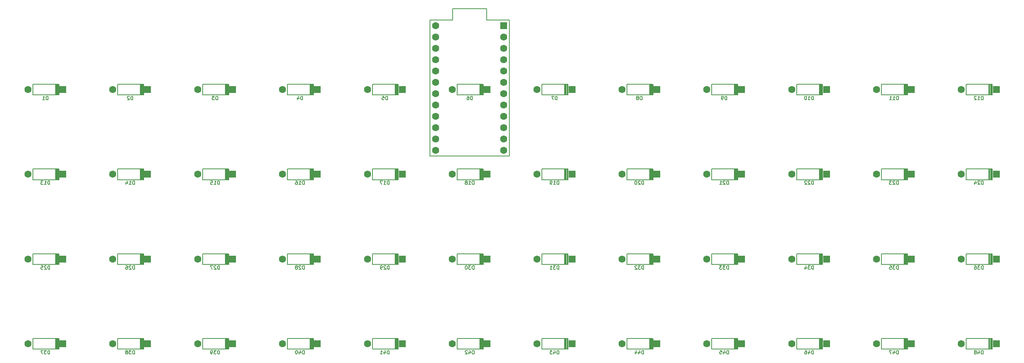
<source format=gbo>
%TF.GenerationSoftware,KiCad,Pcbnew,6.0.3-a3aad9c10e~116~ubuntu21.10.1*%
%TF.CreationDate,2022-03-19T20:14:59+00:00*%
%TF.ProjectId,PCB,5043422e-6b69-4636-9164-5f7063625858,rev?*%
%TF.SameCoordinates,Original*%
%TF.FileFunction,Legend,Bot*%
%TF.FilePolarity,Positive*%
%FSLAX46Y46*%
G04 Gerber Fmt 4.6, Leading zero omitted, Abs format (unit mm)*
G04 Created by KiCad (PCBNEW 6.0.3-a3aad9c10e~116~ubuntu21.10.1) date 2022-03-19 20:14:59*
%MOMM*%
%LPD*%
G01*
G04 APERTURE LIST*
%ADD10C,0.150000*%
%ADD11C,0.200000*%
%ADD12R,1.600000X1.600000*%
%ADD13C,1.600000*%
G04 APERTURE END LIST*
D10*
%TO.C,D39*%
X84991428Y-136526904D02*
X84991428Y-135726904D01*
X84800952Y-135726904D01*
X84686666Y-135765000D01*
X84610476Y-135841190D01*
X84572380Y-135917380D01*
X84534285Y-136069761D01*
X84534285Y-136184047D01*
X84572380Y-136336428D01*
X84610476Y-136412619D01*
X84686666Y-136488809D01*
X84800952Y-136526904D01*
X84991428Y-136526904D01*
X84267619Y-135726904D02*
X83772380Y-135726904D01*
X84039047Y-136031666D01*
X83924761Y-136031666D01*
X83848571Y-136069761D01*
X83810476Y-136107857D01*
X83772380Y-136184047D01*
X83772380Y-136374523D01*
X83810476Y-136450714D01*
X83848571Y-136488809D01*
X83924761Y-136526904D01*
X84153333Y-136526904D01*
X84229523Y-136488809D01*
X84267619Y-136450714D01*
X83391428Y-136526904D02*
X83239047Y-136526904D01*
X83162857Y-136488809D01*
X83124761Y-136450714D01*
X83048571Y-136336428D01*
X83010476Y-136184047D01*
X83010476Y-135879285D01*
X83048571Y-135803095D01*
X83086666Y-135765000D01*
X83162857Y-135726904D01*
X83315238Y-135726904D01*
X83391428Y-135765000D01*
X83429523Y-135803095D01*
X83467619Y-135879285D01*
X83467619Y-136069761D01*
X83429523Y-136145952D01*
X83391428Y-136184047D01*
X83315238Y-136222142D01*
X83162857Y-136222142D01*
X83086666Y-136184047D01*
X83048571Y-136145952D01*
X83010476Y-136069761D01*
%TO.C,D26*%
X65991428Y-117526904D02*
X65991428Y-116726904D01*
X65800952Y-116726904D01*
X65686666Y-116765000D01*
X65610476Y-116841190D01*
X65572380Y-116917380D01*
X65534285Y-117069761D01*
X65534285Y-117184047D01*
X65572380Y-117336428D01*
X65610476Y-117412619D01*
X65686666Y-117488809D01*
X65800952Y-117526904D01*
X65991428Y-117526904D01*
X65229523Y-116803095D02*
X65191428Y-116765000D01*
X65115238Y-116726904D01*
X64924761Y-116726904D01*
X64848571Y-116765000D01*
X64810476Y-116803095D01*
X64772380Y-116879285D01*
X64772380Y-116955476D01*
X64810476Y-117069761D01*
X65267619Y-117526904D01*
X64772380Y-117526904D01*
X64086666Y-116726904D02*
X64239047Y-116726904D01*
X64315238Y-116765000D01*
X64353333Y-116803095D01*
X64429523Y-116917380D01*
X64467619Y-117069761D01*
X64467619Y-117374523D01*
X64429523Y-117450714D01*
X64391428Y-117488809D01*
X64315238Y-117526904D01*
X64162857Y-117526904D01*
X64086666Y-117488809D01*
X64048571Y-117450714D01*
X64010476Y-117374523D01*
X64010476Y-117184047D01*
X64048571Y-117107857D01*
X64086666Y-117069761D01*
X64162857Y-117031666D01*
X64315238Y-117031666D01*
X64391428Y-117069761D01*
X64429523Y-117107857D01*
X64467619Y-117184047D01*
%TO.C,D11*%
X236991428Y-79526904D02*
X236991428Y-78726904D01*
X236800952Y-78726904D01*
X236686666Y-78765000D01*
X236610476Y-78841190D01*
X236572380Y-78917380D01*
X236534285Y-79069761D01*
X236534285Y-79184047D01*
X236572380Y-79336428D01*
X236610476Y-79412619D01*
X236686666Y-79488809D01*
X236800952Y-79526904D01*
X236991428Y-79526904D01*
X235772380Y-79526904D02*
X236229523Y-79526904D01*
X236000952Y-79526904D02*
X236000952Y-78726904D01*
X236077142Y-78841190D01*
X236153333Y-78917380D01*
X236229523Y-78955476D01*
X235010476Y-79526904D02*
X235467619Y-79526904D01*
X235239047Y-79526904D02*
X235239047Y-78726904D01*
X235315238Y-78841190D01*
X235391428Y-78917380D01*
X235467619Y-78955476D01*
%TO.C,D18*%
X141991428Y-98526904D02*
X141991428Y-97726904D01*
X141800952Y-97726904D01*
X141686666Y-97765000D01*
X141610476Y-97841190D01*
X141572380Y-97917380D01*
X141534285Y-98069761D01*
X141534285Y-98184047D01*
X141572380Y-98336428D01*
X141610476Y-98412619D01*
X141686666Y-98488809D01*
X141800952Y-98526904D01*
X141991428Y-98526904D01*
X140772380Y-98526904D02*
X141229523Y-98526904D01*
X141000952Y-98526904D02*
X141000952Y-97726904D01*
X141077142Y-97841190D01*
X141153333Y-97917380D01*
X141229523Y-97955476D01*
X140315238Y-98069761D02*
X140391428Y-98031666D01*
X140429523Y-97993571D01*
X140467619Y-97917380D01*
X140467619Y-97879285D01*
X140429523Y-97803095D01*
X140391428Y-97765000D01*
X140315238Y-97726904D01*
X140162857Y-97726904D01*
X140086666Y-97765000D01*
X140048571Y-97803095D01*
X140010476Y-97879285D01*
X140010476Y-97917380D01*
X140048571Y-97993571D01*
X140086666Y-98031666D01*
X140162857Y-98069761D01*
X140315238Y-98069761D01*
X140391428Y-98107857D01*
X140429523Y-98145952D01*
X140467619Y-98222142D01*
X140467619Y-98374523D01*
X140429523Y-98450714D01*
X140391428Y-98488809D01*
X140315238Y-98526904D01*
X140162857Y-98526904D01*
X140086666Y-98488809D01*
X140048571Y-98450714D01*
X140010476Y-98374523D01*
X140010476Y-98222142D01*
X140048571Y-98145952D01*
X140086666Y-98107857D01*
X140162857Y-98069761D01*
%TO.C,D10*%
X217991428Y-79526904D02*
X217991428Y-78726904D01*
X217800952Y-78726904D01*
X217686666Y-78765000D01*
X217610476Y-78841190D01*
X217572380Y-78917380D01*
X217534285Y-79069761D01*
X217534285Y-79184047D01*
X217572380Y-79336428D01*
X217610476Y-79412619D01*
X217686666Y-79488809D01*
X217800952Y-79526904D01*
X217991428Y-79526904D01*
X216772380Y-79526904D02*
X217229523Y-79526904D01*
X217000952Y-79526904D02*
X217000952Y-78726904D01*
X217077142Y-78841190D01*
X217153333Y-78917380D01*
X217229523Y-78955476D01*
X216277142Y-78726904D02*
X216200952Y-78726904D01*
X216124761Y-78765000D01*
X216086666Y-78803095D01*
X216048571Y-78879285D01*
X216010476Y-79031666D01*
X216010476Y-79222142D01*
X216048571Y-79374523D01*
X216086666Y-79450714D01*
X216124761Y-79488809D01*
X216200952Y-79526904D01*
X216277142Y-79526904D01*
X216353333Y-79488809D01*
X216391428Y-79450714D01*
X216429523Y-79374523D01*
X216467619Y-79222142D01*
X216467619Y-79031666D01*
X216429523Y-78879285D01*
X216391428Y-78803095D01*
X216353333Y-78765000D01*
X216277142Y-78726904D01*
%TO.C,D23*%
X236991428Y-98526904D02*
X236991428Y-97726904D01*
X236800952Y-97726904D01*
X236686666Y-97765000D01*
X236610476Y-97841190D01*
X236572380Y-97917380D01*
X236534285Y-98069761D01*
X236534285Y-98184047D01*
X236572380Y-98336428D01*
X236610476Y-98412619D01*
X236686666Y-98488809D01*
X236800952Y-98526904D01*
X236991428Y-98526904D01*
X236229523Y-97803095D02*
X236191428Y-97765000D01*
X236115238Y-97726904D01*
X235924761Y-97726904D01*
X235848571Y-97765000D01*
X235810476Y-97803095D01*
X235772380Y-97879285D01*
X235772380Y-97955476D01*
X235810476Y-98069761D01*
X236267619Y-98526904D01*
X235772380Y-98526904D01*
X235505714Y-97726904D02*
X235010476Y-97726904D01*
X235277142Y-98031666D01*
X235162857Y-98031666D01*
X235086666Y-98069761D01*
X235048571Y-98107857D01*
X235010476Y-98184047D01*
X235010476Y-98374523D01*
X235048571Y-98450714D01*
X235086666Y-98488809D01*
X235162857Y-98526904D01*
X235391428Y-98526904D01*
X235467619Y-98488809D01*
X235505714Y-98450714D01*
%TO.C,D28*%
X103991428Y-117526904D02*
X103991428Y-116726904D01*
X103800952Y-116726904D01*
X103686666Y-116765000D01*
X103610476Y-116841190D01*
X103572380Y-116917380D01*
X103534285Y-117069761D01*
X103534285Y-117184047D01*
X103572380Y-117336428D01*
X103610476Y-117412619D01*
X103686666Y-117488809D01*
X103800952Y-117526904D01*
X103991428Y-117526904D01*
X103229523Y-116803095D02*
X103191428Y-116765000D01*
X103115238Y-116726904D01*
X102924761Y-116726904D01*
X102848571Y-116765000D01*
X102810476Y-116803095D01*
X102772380Y-116879285D01*
X102772380Y-116955476D01*
X102810476Y-117069761D01*
X103267619Y-117526904D01*
X102772380Y-117526904D01*
X102315238Y-117069761D02*
X102391428Y-117031666D01*
X102429523Y-116993571D01*
X102467619Y-116917380D01*
X102467619Y-116879285D01*
X102429523Y-116803095D01*
X102391428Y-116765000D01*
X102315238Y-116726904D01*
X102162857Y-116726904D01*
X102086666Y-116765000D01*
X102048571Y-116803095D01*
X102010476Y-116879285D01*
X102010476Y-116917380D01*
X102048571Y-116993571D01*
X102086666Y-117031666D01*
X102162857Y-117069761D01*
X102315238Y-117069761D01*
X102391428Y-117107857D01*
X102429523Y-117145952D01*
X102467619Y-117222142D01*
X102467619Y-117374523D01*
X102429523Y-117450714D01*
X102391428Y-117488809D01*
X102315238Y-117526904D01*
X102162857Y-117526904D01*
X102086666Y-117488809D01*
X102048571Y-117450714D01*
X102010476Y-117374523D01*
X102010476Y-117222142D01*
X102048571Y-117145952D01*
X102086666Y-117107857D01*
X102162857Y-117069761D01*
%TO.C,D7*%
X160610476Y-79526904D02*
X160610476Y-78726904D01*
X160420000Y-78726904D01*
X160305714Y-78765000D01*
X160229523Y-78841190D01*
X160191428Y-78917380D01*
X160153333Y-79069761D01*
X160153333Y-79184047D01*
X160191428Y-79336428D01*
X160229523Y-79412619D01*
X160305714Y-79488809D01*
X160420000Y-79526904D01*
X160610476Y-79526904D01*
X159886666Y-78726904D02*
X159353333Y-78726904D01*
X159696190Y-79526904D01*
%TO.C,D37*%
X46991428Y-136526904D02*
X46991428Y-135726904D01*
X46800952Y-135726904D01*
X46686666Y-135765000D01*
X46610476Y-135841190D01*
X46572380Y-135917380D01*
X46534285Y-136069761D01*
X46534285Y-136184047D01*
X46572380Y-136336428D01*
X46610476Y-136412619D01*
X46686666Y-136488809D01*
X46800952Y-136526904D01*
X46991428Y-136526904D01*
X46267619Y-135726904D02*
X45772380Y-135726904D01*
X46039047Y-136031666D01*
X45924761Y-136031666D01*
X45848571Y-136069761D01*
X45810476Y-136107857D01*
X45772380Y-136184047D01*
X45772380Y-136374523D01*
X45810476Y-136450714D01*
X45848571Y-136488809D01*
X45924761Y-136526904D01*
X46153333Y-136526904D01*
X46229523Y-136488809D01*
X46267619Y-136450714D01*
X45505714Y-135726904D02*
X44972380Y-135726904D01*
X45315238Y-136526904D01*
%TO.C,D1*%
X46610476Y-79526904D02*
X46610476Y-78726904D01*
X46420000Y-78726904D01*
X46305714Y-78765000D01*
X46229523Y-78841190D01*
X46191428Y-78917380D01*
X46153333Y-79069761D01*
X46153333Y-79184047D01*
X46191428Y-79336428D01*
X46229523Y-79412619D01*
X46305714Y-79488809D01*
X46420000Y-79526904D01*
X46610476Y-79526904D01*
X45391428Y-79526904D02*
X45848571Y-79526904D01*
X45620000Y-79526904D02*
X45620000Y-78726904D01*
X45696190Y-78841190D01*
X45772380Y-78917380D01*
X45848571Y-78955476D01*
%TO.C,D48*%
X255991428Y-136526904D02*
X255991428Y-135726904D01*
X255800952Y-135726904D01*
X255686666Y-135765000D01*
X255610476Y-135841190D01*
X255572380Y-135917380D01*
X255534285Y-136069761D01*
X255534285Y-136184047D01*
X255572380Y-136336428D01*
X255610476Y-136412619D01*
X255686666Y-136488809D01*
X255800952Y-136526904D01*
X255991428Y-136526904D01*
X254848571Y-135993571D02*
X254848571Y-136526904D01*
X255039047Y-135688809D02*
X255229523Y-136260238D01*
X254734285Y-136260238D01*
X254315238Y-136069761D02*
X254391428Y-136031666D01*
X254429523Y-135993571D01*
X254467619Y-135917380D01*
X254467619Y-135879285D01*
X254429523Y-135803095D01*
X254391428Y-135765000D01*
X254315238Y-135726904D01*
X254162857Y-135726904D01*
X254086666Y-135765000D01*
X254048571Y-135803095D01*
X254010476Y-135879285D01*
X254010476Y-135917380D01*
X254048571Y-135993571D01*
X254086666Y-136031666D01*
X254162857Y-136069761D01*
X254315238Y-136069761D01*
X254391428Y-136107857D01*
X254429523Y-136145952D01*
X254467619Y-136222142D01*
X254467619Y-136374523D01*
X254429523Y-136450714D01*
X254391428Y-136488809D01*
X254315238Y-136526904D01*
X254162857Y-136526904D01*
X254086666Y-136488809D01*
X254048571Y-136450714D01*
X254010476Y-136374523D01*
X254010476Y-136222142D01*
X254048571Y-136145952D01*
X254086666Y-136107857D01*
X254162857Y-136069761D01*
%TO.C,D47*%
X236991428Y-136526904D02*
X236991428Y-135726904D01*
X236800952Y-135726904D01*
X236686666Y-135765000D01*
X236610476Y-135841190D01*
X236572380Y-135917380D01*
X236534285Y-136069761D01*
X236534285Y-136184047D01*
X236572380Y-136336428D01*
X236610476Y-136412619D01*
X236686666Y-136488809D01*
X236800952Y-136526904D01*
X236991428Y-136526904D01*
X235848571Y-135993571D02*
X235848571Y-136526904D01*
X236039047Y-135688809D02*
X236229523Y-136260238D01*
X235734285Y-136260238D01*
X235505714Y-135726904D02*
X234972380Y-135726904D01*
X235315238Y-136526904D01*
%TO.C,D21*%
X198991428Y-98526904D02*
X198991428Y-97726904D01*
X198800952Y-97726904D01*
X198686666Y-97765000D01*
X198610476Y-97841190D01*
X198572380Y-97917380D01*
X198534285Y-98069761D01*
X198534285Y-98184047D01*
X198572380Y-98336428D01*
X198610476Y-98412619D01*
X198686666Y-98488809D01*
X198800952Y-98526904D01*
X198991428Y-98526904D01*
X198229523Y-97803095D02*
X198191428Y-97765000D01*
X198115238Y-97726904D01*
X197924761Y-97726904D01*
X197848571Y-97765000D01*
X197810476Y-97803095D01*
X197772380Y-97879285D01*
X197772380Y-97955476D01*
X197810476Y-98069761D01*
X198267619Y-98526904D01*
X197772380Y-98526904D01*
X197010476Y-98526904D02*
X197467619Y-98526904D01*
X197239047Y-98526904D02*
X197239047Y-97726904D01*
X197315238Y-97841190D01*
X197391428Y-97917380D01*
X197467619Y-97955476D01*
%TO.C,D6*%
X141610476Y-79526904D02*
X141610476Y-78726904D01*
X141420000Y-78726904D01*
X141305714Y-78765000D01*
X141229523Y-78841190D01*
X141191428Y-78917380D01*
X141153333Y-79069761D01*
X141153333Y-79184047D01*
X141191428Y-79336428D01*
X141229523Y-79412619D01*
X141305714Y-79488809D01*
X141420000Y-79526904D01*
X141610476Y-79526904D01*
X140467619Y-78726904D02*
X140620000Y-78726904D01*
X140696190Y-78765000D01*
X140734285Y-78803095D01*
X140810476Y-78917380D01*
X140848571Y-79069761D01*
X140848571Y-79374523D01*
X140810476Y-79450714D01*
X140772380Y-79488809D01*
X140696190Y-79526904D01*
X140543809Y-79526904D01*
X140467619Y-79488809D01*
X140429523Y-79450714D01*
X140391428Y-79374523D01*
X140391428Y-79184047D01*
X140429523Y-79107857D01*
X140467619Y-79069761D01*
X140543809Y-79031666D01*
X140696190Y-79031666D01*
X140772380Y-79069761D01*
X140810476Y-79107857D01*
X140848571Y-79184047D01*
%TO.C,D31*%
X160991428Y-117526904D02*
X160991428Y-116726904D01*
X160800952Y-116726904D01*
X160686666Y-116765000D01*
X160610476Y-116841190D01*
X160572380Y-116917380D01*
X160534285Y-117069761D01*
X160534285Y-117184047D01*
X160572380Y-117336428D01*
X160610476Y-117412619D01*
X160686666Y-117488809D01*
X160800952Y-117526904D01*
X160991428Y-117526904D01*
X160267619Y-116726904D02*
X159772380Y-116726904D01*
X160039047Y-117031666D01*
X159924761Y-117031666D01*
X159848571Y-117069761D01*
X159810476Y-117107857D01*
X159772380Y-117184047D01*
X159772380Y-117374523D01*
X159810476Y-117450714D01*
X159848571Y-117488809D01*
X159924761Y-117526904D01*
X160153333Y-117526904D01*
X160229523Y-117488809D01*
X160267619Y-117450714D01*
X159010476Y-117526904D02*
X159467619Y-117526904D01*
X159239047Y-117526904D02*
X159239047Y-116726904D01*
X159315238Y-116841190D01*
X159391428Y-116917380D01*
X159467619Y-116955476D01*
%TO.C,D4*%
X103610476Y-79526904D02*
X103610476Y-78726904D01*
X103420000Y-78726904D01*
X103305714Y-78765000D01*
X103229523Y-78841190D01*
X103191428Y-78917380D01*
X103153333Y-79069761D01*
X103153333Y-79184047D01*
X103191428Y-79336428D01*
X103229523Y-79412619D01*
X103305714Y-79488809D01*
X103420000Y-79526904D01*
X103610476Y-79526904D01*
X102467619Y-78993571D02*
X102467619Y-79526904D01*
X102658095Y-78688809D02*
X102848571Y-79260238D01*
X102353333Y-79260238D01*
%TO.C,D36*%
X255991428Y-117526904D02*
X255991428Y-116726904D01*
X255800952Y-116726904D01*
X255686666Y-116765000D01*
X255610476Y-116841190D01*
X255572380Y-116917380D01*
X255534285Y-117069761D01*
X255534285Y-117184047D01*
X255572380Y-117336428D01*
X255610476Y-117412619D01*
X255686666Y-117488809D01*
X255800952Y-117526904D01*
X255991428Y-117526904D01*
X255267619Y-116726904D02*
X254772380Y-116726904D01*
X255039047Y-117031666D01*
X254924761Y-117031666D01*
X254848571Y-117069761D01*
X254810476Y-117107857D01*
X254772380Y-117184047D01*
X254772380Y-117374523D01*
X254810476Y-117450714D01*
X254848571Y-117488809D01*
X254924761Y-117526904D01*
X255153333Y-117526904D01*
X255229523Y-117488809D01*
X255267619Y-117450714D01*
X254086666Y-116726904D02*
X254239047Y-116726904D01*
X254315238Y-116765000D01*
X254353333Y-116803095D01*
X254429523Y-116917380D01*
X254467619Y-117069761D01*
X254467619Y-117374523D01*
X254429523Y-117450714D01*
X254391428Y-117488809D01*
X254315238Y-117526904D01*
X254162857Y-117526904D01*
X254086666Y-117488809D01*
X254048571Y-117450714D01*
X254010476Y-117374523D01*
X254010476Y-117184047D01*
X254048571Y-117107857D01*
X254086666Y-117069761D01*
X254162857Y-117031666D01*
X254315238Y-117031666D01*
X254391428Y-117069761D01*
X254429523Y-117107857D01*
X254467619Y-117184047D01*
%TO.C,D14*%
X65991428Y-98526904D02*
X65991428Y-97726904D01*
X65800952Y-97726904D01*
X65686666Y-97765000D01*
X65610476Y-97841190D01*
X65572380Y-97917380D01*
X65534285Y-98069761D01*
X65534285Y-98184047D01*
X65572380Y-98336428D01*
X65610476Y-98412619D01*
X65686666Y-98488809D01*
X65800952Y-98526904D01*
X65991428Y-98526904D01*
X64772380Y-98526904D02*
X65229523Y-98526904D01*
X65000952Y-98526904D02*
X65000952Y-97726904D01*
X65077142Y-97841190D01*
X65153333Y-97917380D01*
X65229523Y-97955476D01*
X64086666Y-97993571D02*
X64086666Y-98526904D01*
X64277142Y-97688809D02*
X64467619Y-98260238D01*
X63972380Y-98260238D01*
%TO.C,D29*%
X122991428Y-117526904D02*
X122991428Y-116726904D01*
X122800952Y-116726904D01*
X122686666Y-116765000D01*
X122610476Y-116841190D01*
X122572380Y-116917380D01*
X122534285Y-117069761D01*
X122534285Y-117184047D01*
X122572380Y-117336428D01*
X122610476Y-117412619D01*
X122686666Y-117488809D01*
X122800952Y-117526904D01*
X122991428Y-117526904D01*
X122229523Y-116803095D02*
X122191428Y-116765000D01*
X122115238Y-116726904D01*
X121924761Y-116726904D01*
X121848571Y-116765000D01*
X121810476Y-116803095D01*
X121772380Y-116879285D01*
X121772380Y-116955476D01*
X121810476Y-117069761D01*
X122267619Y-117526904D01*
X121772380Y-117526904D01*
X121391428Y-117526904D02*
X121239047Y-117526904D01*
X121162857Y-117488809D01*
X121124761Y-117450714D01*
X121048571Y-117336428D01*
X121010476Y-117184047D01*
X121010476Y-116879285D01*
X121048571Y-116803095D01*
X121086666Y-116765000D01*
X121162857Y-116726904D01*
X121315238Y-116726904D01*
X121391428Y-116765000D01*
X121429523Y-116803095D01*
X121467619Y-116879285D01*
X121467619Y-117069761D01*
X121429523Y-117145952D01*
X121391428Y-117184047D01*
X121315238Y-117222142D01*
X121162857Y-117222142D01*
X121086666Y-117184047D01*
X121048571Y-117145952D01*
X121010476Y-117069761D01*
%TO.C,D42*%
X141991428Y-136526904D02*
X141991428Y-135726904D01*
X141800952Y-135726904D01*
X141686666Y-135765000D01*
X141610476Y-135841190D01*
X141572380Y-135917380D01*
X141534285Y-136069761D01*
X141534285Y-136184047D01*
X141572380Y-136336428D01*
X141610476Y-136412619D01*
X141686666Y-136488809D01*
X141800952Y-136526904D01*
X141991428Y-136526904D01*
X140848571Y-135993571D02*
X140848571Y-136526904D01*
X141039047Y-135688809D02*
X141229523Y-136260238D01*
X140734285Y-136260238D01*
X140467619Y-135803095D02*
X140429523Y-135765000D01*
X140353333Y-135726904D01*
X140162857Y-135726904D01*
X140086666Y-135765000D01*
X140048571Y-135803095D01*
X140010476Y-135879285D01*
X140010476Y-135955476D01*
X140048571Y-136069761D01*
X140505714Y-136526904D01*
X140010476Y-136526904D01*
%TO.C,D41*%
X122991428Y-136526904D02*
X122991428Y-135726904D01*
X122800952Y-135726904D01*
X122686666Y-135765000D01*
X122610476Y-135841190D01*
X122572380Y-135917380D01*
X122534285Y-136069761D01*
X122534285Y-136184047D01*
X122572380Y-136336428D01*
X122610476Y-136412619D01*
X122686666Y-136488809D01*
X122800952Y-136526904D01*
X122991428Y-136526904D01*
X121848571Y-135993571D02*
X121848571Y-136526904D01*
X122039047Y-135688809D02*
X122229523Y-136260238D01*
X121734285Y-136260238D01*
X121010476Y-136526904D02*
X121467619Y-136526904D01*
X121239047Y-136526904D02*
X121239047Y-135726904D01*
X121315238Y-135841190D01*
X121391428Y-135917380D01*
X121467619Y-135955476D01*
%TO.C,D40*%
X103991428Y-136526904D02*
X103991428Y-135726904D01*
X103800952Y-135726904D01*
X103686666Y-135765000D01*
X103610476Y-135841190D01*
X103572380Y-135917380D01*
X103534285Y-136069761D01*
X103534285Y-136184047D01*
X103572380Y-136336428D01*
X103610476Y-136412619D01*
X103686666Y-136488809D01*
X103800952Y-136526904D01*
X103991428Y-136526904D01*
X102848571Y-135993571D02*
X102848571Y-136526904D01*
X103039047Y-135688809D02*
X103229523Y-136260238D01*
X102734285Y-136260238D01*
X102277142Y-135726904D02*
X102200952Y-135726904D01*
X102124761Y-135765000D01*
X102086666Y-135803095D01*
X102048571Y-135879285D01*
X102010476Y-136031666D01*
X102010476Y-136222142D01*
X102048571Y-136374523D01*
X102086666Y-136450714D01*
X102124761Y-136488809D01*
X102200952Y-136526904D01*
X102277142Y-136526904D01*
X102353333Y-136488809D01*
X102391428Y-136450714D01*
X102429523Y-136374523D01*
X102467619Y-136222142D01*
X102467619Y-136031666D01*
X102429523Y-135879285D01*
X102391428Y-135803095D01*
X102353333Y-135765000D01*
X102277142Y-135726904D01*
%TO.C,D8*%
X179610476Y-79526904D02*
X179610476Y-78726904D01*
X179420000Y-78726904D01*
X179305714Y-78765000D01*
X179229523Y-78841190D01*
X179191428Y-78917380D01*
X179153333Y-79069761D01*
X179153333Y-79184047D01*
X179191428Y-79336428D01*
X179229523Y-79412619D01*
X179305714Y-79488809D01*
X179420000Y-79526904D01*
X179610476Y-79526904D01*
X178696190Y-79069761D02*
X178772380Y-79031666D01*
X178810476Y-78993571D01*
X178848571Y-78917380D01*
X178848571Y-78879285D01*
X178810476Y-78803095D01*
X178772380Y-78765000D01*
X178696190Y-78726904D01*
X178543809Y-78726904D01*
X178467619Y-78765000D01*
X178429523Y-78803095D01*
X178391428Y-78879285D01*
X178391428Y-78917380D01*
X178429523Y-78993571D01*
X178467619Y-79031666D01*
X178543809Y-79069761D01*
X178696190Y-79069761D01*
X178772380Y-79107857D01*
X178810476Y-79145952D01*
X178848571Y-79222142D01*
X178848571Y-79374523D01*
X178810476Y-79450714D01*
X178772380Y-79488809D01*
X178696190Y-79526904D01*
X178543809Y-79526904D01*
X178467619Y-79488809D01*
X178429523Y-79450714D01*
X178391428Y-79374523D01*
X178391428Y-79222142D01*
X178429523Y-79145952D01*
X178467619Y-79107857D01*
X178543809Y-79069761D01*
%TO.C,D17*%
X122991428Y-98526904D02*
X122991428Y-97726904D01*
X122800952Y-97726904D01*
X122686666Y-97765000D01*
X122610476Y-97841190D01*
X122572380Y-97917380D01*
X122534285Y-98069761D01*
X122534285Y-98184047D01*
X122572380Y-98336428D01*
X122610476Y-98412619D01*
X122686666Y-98488809D01*
X122800952Y-98526904D01*
X122991428Y-98526904D01*
X121772380Y-98526904D02*
X122229523Y-98526904D01*
X122000952Y-98526904D02*
X122000952Y-97726904D01*
X122077142Y-97841190D01*
X122153333Y-97917380D01*
X122229523Y-97955476D01*
X121505714Y-97726904D02*
X120972380Y-97726904D01*
X121315238Y-98526904D01*
%TO.C,D2*%
X65610476Y-79526904D02*
X65610476Y-78726904D01*
X65420000Y-78726904D01*
X65305714Y-78765000D01*
X65229523Y-78841190D01*
X65191428Y-78917380D01*
X65153333Y-79069761D01*
X65153333Y-79184047D01*
X65191428Y-79336428D01*
X65229523Y-79412619D01*
X65305714Y-79488809D01*
X65420000Y-79526904D01*
X65610476Y-79526904D01*
X64848571Y-78803095D02*
X64810476Y-78765000D01*
X64734285Y-78726904D01*
X64543809Y-78726904D01*
X64467619Y-78765000D01*
X64429523Y-78803095D01*
X64391428Y-78879285D01*
X64391428Y-78955476D01*
X64429523Y-79069761D01*
X64886666Y-79526904D01*
X64391428Y-79526904D01*
%TO.C,D24*%
X255991428Y-98526904D02*
X255991428Y-97726904D01*
X255800952Y-97726904D01*
X255686666Y-97765000D01*
X255610476Y-97841190D01*
X255572380Y-97917380D01*
X255534285Y-98069761D01*
X255534285Y-98184047D01*
X255572380Y-98336428D01*
X255610476Y-98412619D01*
X255686666Y-98488809D01*
X255800952Y-98526904D01*
X255991428Y-98526904D01*
X255229523Y-97803095D02*
X255191428Y-97765000D01*
X255115238Y-97726904D01*
X254924761Y-97726904D01*
X254848571Y-97765000D01*
X254810476Y-97803095D01*
X254772380Y-97879285D01*
X254772380Y-97955476D01*
X254810476Y-98069761D01*
X255267619Y-98526904D01*
X254772380Y-98526904D01*
X254086666Y-97993571D02*
X254086666Y-98526904D01*
X254277142Y-97688809D02*
X254467619Y-98260238D01*
X253972380Y-98260238D01*
%TO.C,D9*%
X198610476Y-79526904D02*
X198610476Y-78726904D01*
X198420000Y-78726904D01*
X198305714Y-78765000D01*
X198229523Y-78841190D01*
X198191428Y-78917380D01*
X198153333Y-79069761D01*
X198153333Y-79184047D01*
X198191428Y-79336428D01*
X198229523Y-79412619D01*
X198305714Y-79488809D01*
X198420000Y-79526904D01*
X198610476Y-79526904D01*
X197772380Y-79526904D02*
X197620000Y-79526904D01*
X197543809Y-79488809D01*
X197505714Y-79450714D01*
X197429523Y-79336428D01*
X197391428Y-79184047D01*
X197391428Y-78879285D01*
X197429523Y-78803095D01*
X197467619Y-78765000D01*
X197543809Y-78726904D01*
X197696190Y-78726904D01*
X197772380Y-78765000D01*
X197810476Y-78803095D01*
X197848571Y-78879285D01*
X197848571Y-79069761D01*
X197810476Y-79145952D01*
X197772380Y-79184047D01*
X197696190Y-79222142D01*
X197543809Y-79222142D01*
X197467619Y-79184047D01*
X197429523Y-79145952D01*
X197391428Y-79069761D01*
%TO.C,D12*%
X255991428Y-79526904D02*
X255991428Y-78726904D01*
X255800952Y-78726904D01*
X255686666Y-78765000D01*
X255610476Y-78841190D01*
X255572380Y-78917380D01*
X255534285Y-79069761D01*
X255534285Y-79184047D01*
X255572380Y-79336428D01*
X255610476Y-79412619D01*
X255686666Y-79488809D01*
X255800952Y-79526904D01*
X255991428Y-79526904D01*
X254772380Y-79526904D02*
X255229523Y-79526904D01*
X255000952Y-79526904D02*
X255000952Y-78726904D01*
X255077142Y-78841190D01*
X255153333Y-78917380D01*
X255229523Y-78955476D01*
X254467619Y-78803095D02*
X254429523Y-78765000D01*
X254353333Y-78726904D01*
X254162857Y-78726904D01*
X254086666Y-78765000D01*
X254048571Y-78803095D01*
X254010476Y-78879285D01*
X254010476Y-78955476D01*
X254048571Y-79069761D01*
X254505714Y-79526904D01*
X254010476Y-79526904D01*
%TO.C,D13*%
X46991428Y-98526904D02*
X46991428Y-97726904D01*
X46800952Y-97726904D01*
X46686666Y-97765000D01*
X46610476Y-97841190D01*
X46572380Y-97917380D01*
X46534285Y-98069761D01*
X46534285Y-98184047D01*
X46572380Y-98336428D01*
X46610476Y-98412619D01*
X46686666Y-98488809D01*
X46800952Y-98526904D01*
X46991428Y-98526904D01*
X45772380Y-98526904D02*
X46229523Y-98526904D01*
X46000952Y-98526904D02*
X46000952Y-97726904D01*
X46077142Y-97841190D01*
X46153333Y-97917380D01*
X46229523Y-97955476D01*
X45505714Y-97726904D02*
X45010476Y-97726904D01*
X45277142Y-98031666D01*
X45162857Y-98031666D01*
X45086666Y-98069761D01*
X45048571Y-98107857D01*
X45010476Y-98184047D01*
X45010476Y-98374523D01*
X45048571Y-98450714D01*
X45086666Y-98488809D01*
X45162857Y-98526904D01*
X45391428Y-98526904D01*
X45467619Y-98488809D01*
X45505714Y-98450714D01*
%TO.C,D5*%
X122610476Y-79526904D02*
X122610476Y-78726904D01*
X122420000Y-78726904D01*
X122305714Y-78765000D01*
X122229523Y-78841190D01*
X122191428Y-78917380D01*
X122153333Y-79069761D01*
X122153333Y-79184047D01*
X122191428Y-79336428D01*
X122229523Y-79412619D01*
X122305714Y-79488809D01*
X122420000Y-79526904D01*
X122610476Y-79526904D01*
X121429523Y-78726904D02*
X121810476Y-78726904D01*
X121848571Y-79107857D01*
X121810476Y-79069761D01*
X121734285Y-79031666D01*
X121543809Y-79031666D01*
X121467619Y-79069761D01*
X121429523Y-79107857D01*
X121391428Y-79184047D01*
X121391428Y-79374523D01*
X121429523Y-79450714D01*
X121467619Y-79488809D01*
X121543809Y-79526904D01*
X121734285Y-79526904D01*
X121810476Y-79488809D01*
X121848571Y-79450714D01*
%TO.C,D33*%
X198991428Y-117526904D02*
X198991428Y-116726904D01*
X198800952Y-116726904D01*
X198686666Y-116765000D01*
X198610476Y-116841190D01*
X198572380Y-116917380D01*
X198534285Y-117069761D01*
X198534285Y-117184047D01*
X198572380Y-117336428D01*
X198610476Y-117412619D01*
X198686666Y-117488809D01*
X198800952Y-117526904D01*
X198991428Y-117526904D01*
X198267619Y-116726904D02*
X197772380Y-116726904D01*
X198039047Y-117031666D01*
X197924761Y-117031666D01*
X197848571Y-117069761D01*
X197810476Y-117107857D01*
X197772380Y-117184047D01*
X197772380Y-117374523D01*
X197810476Y-117450714D01*
X197848571Y-117488809D01*
X197924761Y-117526904D01*
X198153333Y-117526904D01*
X198229523Y-117488809D01*
X198267619Y-117450714D01*
X197505714Y-116726904D02*
X197010476Y-116726904D01*
X197277142Y-117031666D01*
X197162857Y-117031666D01*
X197086666Y-117069761D01*
X197048571Y-117107857D01*
X197010476Y-117184047D01*
X197010476Y-117374523D01*
X197048571Y-117450714D01*
X197086666Y-117488809D01*
X197162857Y-117526904D01*
X197391428Y-117526904D01*
X197467619Y-117488809D01*
X197505714Y-117450714D01*
%TO.C,D30*%
X141991428Y-117526904D02*
X141991428Y-116726904D01*
X141800952Y-116726904D01*
X141686666Y-116765000D01*
X141610476Y-116841190D01*
X141572380Y-116917380D01*
X141534285Y-117069761D01*
X141534285Y-117184047D01*
X141572380Y-117336428D01*
X141610476Y-117412619D01*
X141686666Y-117488809D01*
X141800952Y-117526904D01*
X141991428Y-117526904D01*
X141267619Y-116726904D02*
X140772380Y-116726904D01*
X141039047Y-117031666D01*
X140924761Y-117031666D01*
X140848571Y-117069761D01*
X140810476Y-117107857D01*
X140772380Y-117184047D01*
X140772380Y-117374523D01*
X140810476Y-117450714D01*
X140848571Y-117488809D01*
X140924761Y-117526904D01*
X141153333Y-117526904D01*
X141229523Y-117488809D01*
X141267619Y-117450714D01*
X140277142Y-116726904D02*
X140200952Y-116726904D01*
X140124761Y-116765000D01*
X140086666Y-116803095D01*
X140048571Y-116879285D01*
X140010476Y-117031666D01*
X140010476Y-117222142D01*
X140048571Y-117374523D01*
X140086666Y-117450714D01*
X140124761Y-117488809D01*
X140200952Y-117526904D01*
X140277142Y-117526904D01*
X140353333Y-117488809D01*
X140391428Y-117450714D01*
X140429523Y-117374523D01*
X140467619Y-117222142D01*
X140467619Y-117031666D01*
X140429523Y-116879285D01*
X140391428Y-116803095D01*
X140353333Y-116765000D01*
X140277142Y-116726904D01*
%TO.C,D27*%
X84991428Y-117526904D02*
X84991428Y-116726904D01*
X84800952Y-116726904D01*
X84686666Y-116765000D01*
X84610476Y-116841190D01*
X84572380Y-116917380D01*
X84534285Y-117069761D01*
X84534285Y-117184047D01*
X84572380Y-117336428D01*
X84610476Y-117412619D01*
X84686666Y-117488809D01*
X84800952Y-117526904D01*
X84991428Y-117526904D01*
X84229523Y-116803095D02*
X84191428Y-116765000D01*
X84115238Y-116726904D01*
X83924761Y-116726904D01*
X83848571Y-116765000D01*
X83810476Y-116803095D01*
X83772380Y-116879285D01*
X83772380Y-116955476D01*
X83810476Y-117069761D01*
X84267619Y-117526904D01*
X83772380Y-117526904D01*
X83505714Y-116726904D02*
X82972380Y-116726904D01*
X83315238Y-117526904D01*
%TO.C,D25*%
X46991428Y-117526904D02*
X46991428Y-116726904D01*
X46800952Y-116726904D01*
X46686666Y-116765000D01*
X46610476Y-116841190D01*
X46572380Y-116917380D01*
X46534285Y-117069761D01*
X46534285Y-117184047D01*
X46572380Y-117336428D01*
X46610476Y-117412619D01*
X46686666Y-117488809D01*
X46800952Y-117526904D01*
X46991428Y-117526904D01*
X46229523Y-116803095D02*
X46191428Y-116765000D01*
X46115238Y-116726904D01*
X45924761Y-116726904D01*
X45848571Y-116765000D01*
X45810476Y-116803095D01*
X45772380Y-116879285D01*
X45772380Y-116955476D01*
X45810476Y-117069761D01*
X46267619Y-117526904D01*
X45772380Y-117526904D01*
X45048571Y-116726904D02*
X45429523Y-116726904D01*
X45467619Y-117107857D01*
X45429523Y-117069761D01*
X45353333Y-117031666D01*
X45162857Y-117031666D01*
X45086666Y-117069761D01*
X45048571Y-117107857D01*
X45010476Y-117184047D01*
X45010476Y-117374523D01*
X45048571Y-117450714D01*
X45086666Y-117488809D01*
X45162857Y-117526904D01*
X45353333Y-117526904D01*
X45429523Y-117488809D01*
X45467619Y-117450714D01*
%TO.C,D45*%
X198991428Y-136526904D02*
X198991428Y-135726904D01*
X198800952Y-135726904D01*
X198686666Y-135765000D01*
X198610476Y-135841190D01*
X198572380Y-135917380D01*
X198534285Y-136069761D01*
X198534285Y-136184047D01*
X198572380Y-136336428D01*
X198610476Y-136412619D01*
X198686666Y-136488809D01*
X198800952Y-136526904D01*
X198991428Y-136526904D01*
X197848571Y-135993571D02*
X197848571Y-136526904D01*
X198039047Y-135688809D02*
X198229523Y-136260238D01*
X197734285Y-136260238D01*
X197048571Y-135726904D02*
X197429523Y-135726904D01*
X197467619Y-136107857D01*
X197429523Y-136069761D01*
X197353333Y-136031666D01*
X197162857Y-136031666D01*
X197086666Y-136069761D01*
X197048571Y-136107857D01*
X197010476Y-136184047D01*
X197010476Y-136374523D01*
X197048571Y-136450714D01*
X197086666Y-136488809D01*
X197162857Y-136526904D01*
X197353333Y-136526904D01*
X197429523Y-136488809D01*
X197467619Y-136450714D01*
%TO.C,D20*%
X179991428Y-98526904D02*
X179991428Y-97726904D01*
X179800952Y-97726904D01*
X179686666Y-97765000D01*
X179610476Y-97841190D01*
X179572380Y-97917380D01*
X179534285Y-98069761D01*
X179534285Y-98184047D01*
X179572380Y-98336428D01*
X179610476Y-98412619D01*
X179686666Y-98488809D01*
X179800952Y-98526904D01*
X179991428Y-98526904D01*
X179229523Y-97803095D02*
X179191428Y-97765000D01*
X179115238Y-97726904D01*
X178924761Y-97726904D01*
X178848571Y-97765000D01*
X178810476Y-97803095D01*
X178772380Y-97879285D01*
X178772380Y-97955476D01*
X178810476Y-98069761D01*
X179267619Y-98526904D01*
X178772380Y-98526904D01*
X178277142Y-97726904D02*
X178200952Y-97726904D01*
X178124761Y-97765000D01*
X178086666Y-97803095D01*
X178048571Y-97879285D01*
X178010476Y-98031666D01*
X178010476Y-98222142D01*
X178048571Y-98374523D01*
X178086666Y-98450714D01*
X178124761Y-98488809D01*
X178200952Y-98526904D01*
X178277142Y-98526904D01*
X178353333Y-98488809D01*
X178391428Y-98450714D01*
X178429523Y-98374523D01*
X178467619Y-98222142D01*
X178467619Y-98031666D01*
X178429523Y-97879285D01*
X178391428Y-97803095D01*
X178353333Y-97765000D01*
X178277142Y-97726904D01*
%TO.C,D38*%
X65991428Y-136526904D02*
X65991428Y-135726904D01*
X65800952Y-135726904D01*
X65686666Y-135765000D01*
X65610476Y-135841190D01*
X65572380Y-135917380D01*
X65534285Y-136069761D01*
X65534285Y-136184047D01*
X65572380Y-136336428D01*
X65610476Y-136412619D01*
X65686666Y-136488809D01*
X65800952Y-136526904D01*
X65991428Y-136526904D01*
X65267619Y-135726904D02*
X64772380Y-135726904D01*
X65039047Y-136031666D01*
X64924761Y-136031666D01*
X64848571Y-136069761D01*
X64810476Y-136107857D01*
X64772380Y-136184047D01*
X64772380Y-136374523D01*
X64810476Y-136450714D01*
X64848571Y-136488809D01*
X64924761Y-136526904D01*
X65153333Y-136526904D01*
X65229523Y-136488809D01*
X65267619Y-136450714D01*
X64315238Y-136069761D02*
X64391428Y-136031666D01*
X64429523Y-135993571D01*
X64467619Y-135917380D01*
X64467619Y-135879285D01*
X64429523Y-135803095D01*
X64391428Y-135765000D01*
X64315238Y-135726904D01*
X64162857Y-135726904D01*
X64086666Y-135765000D01*
X64048571Y-135803095D01*
X64010476Y-135879285D01*
X64010476Y-135917380D01*
X64048571Y-135993571D01*
X64086666Y-136031666D01*
X64162857Y-136069761D01*
X64315238Y-136069761D01*
X64391428Y-136107857D01*
X64429523Y-136145952D01*
X64467619Y-136222142D01*
X64467619Y-136374523D01*
X64429523Y-136450714D01*
X64391428Y-136488809D01*
X64315238Y-136526904D01*
X64162857Y-136526904D01*
X64086666Y-136488809D01*
X64048571Y-136450714D01*
X64010476Y-136374523D01*
X64010476Y-136222142D01*
X64048571Y-136145952D01*
X64086666Y-136107857D01*
X64162857Y-136069761D01*
%TO.C,D43*%
X160991428Y-136526904D02*
X160991428Y-135726904D01*
X160800952Y-135726904D01*
X160686666Y-135765000D01*
X160610476Y-135841190D01*
X160572380Y-135917380D01*
X160534285Y-136069761D01*
X160534285Y-136184047D01*
X160572380Y-136336428D01*
X160610476Y-136412619D01*
X160686666Y-136488809D01*
X160800952Y-136526904D01*
X160991428Y-136526904D01*
X159848571Y-135993571D02*
X159848571Y-136526904D01*
X160039047Y-135688809D02*
X160229523Y-136260238D01*
X159734285Y-136260238D01*
X159505714Y-135726904D02*
X159010476Y-135726904D01*
X159277142Y-136031666D01*
X159162857Y-136031666D01*
X159086666Y-136069761D01*
X159048571Y-136107857D01*
X159010476Y-136184047D01*
X159010476Y-136374523D01*
X159048571Y-136450714D01*
X159086666Y-136488809D01*
X159162857Y-136526904D01*
X159391428Y-136526904D01*
X159467619Y-136488809D01*
X159505714Y-136450714D01*
%TO.C,D44*%
X179991428Y-136526904D02*
X179991428Y-135726904D01*
X179800952Y-135726904D01*
X179686666Y-135765000D01*
X179610476Y-135841190D01*
X179572380Y-135917380D01*
X179534285Y-136069761D01*
X179534285Y-136184047D01*
X179572380Y-136336428D01*
X179610476Y-136412619D01*
X179686666Y-136488809D01*
X179800952Y-136526904D01*
X179991428Y-136526904D01*
X178848571Y-135993571D02*
X178848571Y-136526904D01*
X179039047Y-135688809D02*
X179229523Y-136260238D01*
X178734285Y-136260238D01*
X178086666Y-135993571D02*
X178086666Y-136526904D01*
X178277142Y-135688809D02*
X178467619Y-136260238D01*
X177972380Y-136260238D01*
%TO.C,D32*%
X179991428Y-117526904D02*
X179991428Y-116726904D01*
X179800952Y-116726904D01*
X179686666Y-116765000D01*
X179610476Y-116841190D01*
X179572380Y-116917380D01*
X179534285Y-117069761D01*
X179534285Y-117184047D01*
X179572380Y-117336428D01*
X179610476Y-117412619D01*
X179686666Y-117488809D01*
X179800952Y-117526904D01*
X179991428Y-117526904D01*
X179267619Y-116726904D02*
X178772380Y-116726904D01*
X179039047Y-117031666D01*
X178924761Y-117031666D01*
X178848571Y-117069761D01*
X178810476Y-117107857D01*
X178772380Y-117184047D01*
X178772380Y-117374523D01*
X178810476Y-117450714D01*
X178848571Y-117488809D01*
X178924761Y-117526904D01*
X179153333Y-117526904D01*
X179229523Y-117488809D01*
X179267619Y-117450714D01*
X178467619Y-116803095D02*
X178429523Y-116765000D01*
X178353333Y-116726904D01*
X178162857Y-116726904D01*
X178086666Y-116765000D01*
X178048571Y-116803095D01*
X178010476Y-116879285D01*
X178010476Y-116955476D01*
X178048571Y-117069761D01*
X178505714Y-117526904D01*
X178010476Y-117526904D01*
%TO.C,D22*%
X217991428Y-98526904D02*
X217991428Y-97726904D01*
X217800952Y-97726904D01*
X217686666Y-97765000D01*
X217610476Y-97841190D01*
X217572380Y-97917380D01*
X217534285Y-98069761D01*
X217534285Y-98184047D01*
X217572380Y-98336428D01*
X217610476Y-98412619D01*
X217686666Y-98488809D01*
X217800952Y-98526904D01*
X217991428Y-98526904D01*
X217229523Y-97803095D02*
X217191428Y-97765000D01*
X217115238Y-97726904D01*
X216924761Y-97726904D01*
X216848571Y-97765000D01*
X216810476Y-97803095D01*
X216772380Y-97879285D01*
X216772380Y-97955476D01*
X216810476Y-98069761D01*
X217267619Y-98526904D01*
X216772380Y-98526904D01*
X216467619Y-97803095D02*
X216429523Y-97765000D01*
X216353333Y-97726904D01*
X216162857Y-97726904D01*
X216086666Y-97765000D01*
X216048571Y-97803095D01*
X216010476Y-97879285D01*
X216010476Y-97955476D01*
X216048571Y-98069761D01*
X216505714Y-98526904D01*
X216010476Y-98526904D01*
%TO.C,D3*%
X84610476Y-79526904D02*
X84610476Y-78726904D01*
X84420000Y-78726904D01*
X84305714Y-78765000D01*
X84229523Y-78841190D01*
X84191428Y-78917380D01*
X84153333Y-79069761D01*
X84153333Y-79184047D01*
X84191428Y-79336428D01*
X84229523Y-79412619D01*
X84305714Y-79488809D01*
X84420000Y-79526904D01*
X84610476Y-79526904D01*
X83886666Y-78726904D02*
X83391428Y-78726904D01*
X83658095Y-79031666D01*
X83543809Y-79031666D01*
X83467619Y-79069761D01*
X83429523Y-79107857D01*
X83391428Y-79184047D01*
X83391428Y-79374523D01*
X83429523Y-79450714D01*
X83467619Y-79488809D01*
X83543809Y-79526904D01*
X83772380Y-79526904D01*
X83848571Y-79488809D01*
X83886666Y-79450714D01*
%TO.C,D15*%
X84991428Y-98526904D02*
X84991428Y-97726904D01*
X84800952Y-97726904D01*
X84686666Y-97765000D01*
X84610476Y-97841190D01*
X84572380Y-97917380D01*
X84534285Y-98069761D01*
X84534285Y-98184047D01*
X84572380Y-98336428D01*
X84610476Y-98412619D01*
X84686666Y-98488809D01*
X84800952Y-98526904D01*
X84991428Y-98526904D01*
X83772380Y-98526904D02*
X84229523Y-98526904D01*
X84000952Y-98526904D02*
X84000952Y-97726904D01*
X84077142Y-97841190D01*
X84153333Y-97917380D01*
X84229523Y-97955476D01*
X83048571Y-97726904D02*
X83429523Y-97726904D01*
X83467619Y-98107857D01*
X83429523Y-98069761D01*
X83353333Y-98031666D01*
X83162857Y-98031666D01*
X83086666Y-98069761D01*
X83048571Y-98107857D01*
X83010476Y-98184047D01*
X83010476Y-98374523D01*
X83048571Y-98450714D01*
X83086666Y-98488809D01*
X83162857Y-98526904D01*
X83353333Y-98526904D01*
X83429523Y-98488809D01*
X83467619Y-98450714D01*
%TO.C,D46*%
X217991428Y-136526904D02*
X217991428Y-135726904D01*
X217800952Y-135726904D01*
X217686666Y-135765000D01*
X217610476Y-135841190D01*
X217572380Y-135917380D01*
X217534285Y-136069761D01*
X217534285Y-136184047D01*
X217572380Y-136336428D01*
X217610476Y-136412619D01*
X217686666Y-136488809D01*
X217800952Y-136526904D01*
X217991428Y-136526904D01*
X216848571Y-135993571D02*
X216848571Y-136526904D01*
X217039047Y-135688809D02*
X217229523Y-136260238D01*
X216734285Y-136260238D01*
X216086666Y-135726904D02*
X216239047Y-135726904D01*
X216315238Y-135765000D01*
X216353333Y-135803095D01*
X216429523Y-135917380D01*
X216467619Y-136069761D01*
X216467619Y-136374523D01*
X216429523Y-136450714D01*
X216391428Y-136488809D01*
X216315238Y-136526904D01*
X216162857Y-136526904D01*
X216086666Y-136488809D01*
X216048571Y-136450714D01*
X216010476Y-136374523D01*
X216010476Y-136184047D01*
X216048571Y-136107857D01*
X216086666Y-136069761D01*
X216162857Y-136031666D01*
X216315238Y-136031666D01*
X216391428Y-136069761D01*
X216429523Y-136107857D01*
X216467619Y-136184047D01*
%TO.C,D16*%
X103991428Y-98526904D02*
X103991428Y-97726904D01*
X103800952Y-97726904D01*
X103686666Y-97765000D01*
X103610476Y-97841190D01*
X103572380Y-97917380D01*
X103534285Y-98069761D01*
X103534285Y-98184047D01*
X103572380Y-98336428D01*
X103610476Y-98412619D01*
X103686666Y-98488809D01*
X103800952Y-98526904D01*
X103991428Y-98526904D01*
X102772380Y-98526904D02*
X103229523Y-98526904D01*
X103000952Y-98526904D02*
X103000952Y-97726904D01*
X103077142Y-97841190D01*
X103153333Y-97917380D01*
X103229523Y-97955476D01*
X102086666Y-97726904D02*
X102239047Y-97726904D01*
X102315238Y-97765000D01*
X102353333Y-97803095D01*
X102429523Y-97917380D01*
X102467619Y-98069761D01*
X102467619Y-98374523D01*
X102429523Y-98450714D01*
X102391428Y-98488809D01*
X102315238Y-98526904D01*
X102162857Y-98526904D01*
X102086666Y-98488809D01*
X102048571Y-98450714D01*
X102010476Y-98374523D01*
X102010476Y-98184047D01*
X102048571Y-98107857D01*
X102086666Y-98069761D01*
X102162857Y-98031666D01*
X102315238Y-98031666D01*
X102391428Y-98069761D01*
X102429523Y-98107857D01*
X102467619Y-98184047D01*
%TO.C,D35*%
X236991428Y-117526904D02*
X236991428Y-116726904D01*
X236800952Y-116726904D01*
X236686666Y-116765000D01*
X236610476Y-116841190D01*
X236572380Y-116917380D01*
X236534285Y-117069761D01*
X236534285Y-117184047D01*
X236572380Y-117336428D01*
X236610476Y-117412619D01*
X236686666Y-117488809D01*
X236800952Y-117526904D01*
X236991428Y-117526904D01*
X236267619Y-116726904D02*
X235772380Y-116726904D01*
X236039047Y-117031666D01*
X235924761Y-117031666D01*
X235848571Y-117069761D01*
X235810476Y-117107857D01*
X235772380Y-117184047D01*
X235772380Y-117374523D01*
X235810476Y-117450714D01*
X235848571Y-117488809D01*
X235924761Y-117526904D01*
X236153333Y-117526904D01*
X236229523Y-117488809D01*
X236267619Y-117450714D01*
X235048571Y-116726904D02*
X235429523Y-116726904D01*
X235467619Y-117107857D01*
X235429523Y-117069761D01*
X235353333Y-117031666D01*
X235162857Y-117031666D01*
X235086666Y-117069761D01*
X235048571Y-117107857D01*
X235010476Y-117184047D01*
X235010476Y-117374523D01*
X235048571Y-117450714D01*
X235086666Y-117488809D01*
X235162857Y-117526904D01*
X235353333Y-117526904D01*
X235429523Y-117488809D01*
X235467619Y-117450714D01*
%TO.C,D34*%
X217991428Y-117526904D02*
X217991428Y-116726904D01*
X217800952Y-116726904D01*
X217686666Y-116765000D01*
X217610476Y-116841190D01*
X217572380Y-116917380D01*
X217534285Y-117069761D01*
X217534285Y-117184047D01*
X217572380Y-117336428D01*
X217610476Y-117412619D01*
X217686666Y-117488809D01*
X217800952Y-117526904D01*
X217991428Y-117526904D01*
X217267619Y-116726904D02*
X216772380Y-116726904D01*
X217039047Y-117031666D01*
X216924761Y-117031666D01*
X216848571Y-117069761D01*
X216810476Y-117107857D01*
X216772380Y-117184047D01*
X216772380Y-117374523D01*
X216810476Y-117450714D01*
X216848571Y-117488809D01*
X216924761Y-117526904D01*
X217153333Y-117526904D01*
X217229523Y-117488809D01*
X217267619Y-117450714D01*
X216086666Y-116993571D02*
X216086666Y-117526904D01*
X216277142Y-116688809D02*
X216467619Y-117260238D01*
X215972380Y-117260238D01*
%TO.C,D19*%
X160991428Y-98526904D02*
X160991428Y-97726904D01*
X160800952Y-97726904D01*
X160686666Y-97765000D01*
X160610476Y-97841190D01*
X160572380Y-97917380D01*
X160534285Y-98069761D01*
X160534285Y-98184047D01*
X160572380Y-98336428D01*
X160610476Y-98412619D01*
X160686666Y-98488809D01*
X160800952Y-98526904D01*
X160991428Y-98526904D01*
X159772380Y-98526904D02*
X160229523Y-98526904D01*
X160000952Y-98526904D02*
X160000952Y-97726904D01*
X160077142Y-97841190D01*
X160153333Y-97917380D01*
X160229523Y-97955476D01*
X159391428Y-98526904D02*
X159239047Y-98526904D01*
X159162857Y-98488809D01*
X159124761Y-98450714D01*
X159048571Y-98336428D01*
X159010476Y-98184047D01*
X159010476Y-97879285D01*
X159048571Y-97803095D01*
X159086666Y-97765000D01*
X159162857Y-97726904D01*
X159315238Y-97726904D01*
X159391428Y-97765000D01*
X159429523Y-97803095D01*
X159467619Y-97879285D01*
X159467619Y-98069761D01*
X159429523Y-98145952D01*
X159391428Y-98184047D01*
X159315238Y-98222142D01*
X159162857Y-98222142D01*
X159086666Y-98184047D01*
X159048571Y-98145952D01*
X159010476Y-98069761D01*
%TO.C,Pro-Micro1*%
X149910000Y-61705000D02*
X144830000Y-61705000D01*
X144830000Y-59165000D02*
X137210000Y-59165000D01*
X132130000Y-92185000D02*
X149910000Y-92185000D01*
X132130000Y-61705000D02*
X132130000Y-92185000D01*
X144830000Y-61705000D02*
X144830000Y-59165000D01*
X149910000Y-61705000D02*
X149910000Y-92185000D01*
X137210000Y-61705000D02*
X132130000Y-61705000D01*
X137210000Y-59165000D02*
X137210000Y-61705000D01*
D11*
%TO.C,D39*%
X81220000Y-135440000D02*
X87020000Y-135440000D01*
X81220000Y-133040000D02*
X81220000Y-135440000D01*
X86470000Y-133040000D02*
X86470000Y-135440000D01*
X87045000Y-135440000D02*
X87045000Y-133040000D01*
X87020000Y-133040000D02*
X81220000Y-133040000D01*
X86645000Y-133040000D02*
X86645000Y-135440000D01*
X86820000Y-133040000D02*
X86820000Y-135440000D01*
X86295000Y-133040000D02*
X86295000Y-135440000D01*
X86945000Y-133040000D02*
X86945000Y-135440000D01*
%TO.C,D26*%
X67645000Y-114040000D02*
X67645000Y-116440000D01*
X67945000Y-114040000D02*
X67945000Y-116440000D01*
X67295000Y-114040000D02*
X67295000Y-116440000D01*
X62220000Y-114040000D02*
X62220000Y-116440000D01*
X68045000Y-116440000D02*
X68045000Y-114040000D01*
X67820000Y-114040000D02*
X67820000Y-116440000D01*
X68020000Y-114040000D02*
X62220000Y-114040000D01*
X67470000Y-114040000D02*
X67470000Y-116440000D01*
X62220000Y-116440000D02*
X68020000Y-116440000D01*
%TO.C,D11*%
X233220000Y-76040000D02*
X233220000Y-78440000D01*
X239020000Y-76040000D02*
X233220000Y-76040000D01*
X239045000Y-78440000D02*
X239045000Y-76040000D01*
X238820000Y-76040000D02*
X238820000Y-78440000D01*
X238645000Y-76040000D02*
X238645000Y-78440000D01*
X238295000Y-76040000D02*
X238295000Y-78440000D01*
X238945000Y-76040000D02*
X238945000Y-78440000D01*
X238470000Y-76040000D02*
X238470000Y-78440000D01*
X233220000Y-78440000D02*
X239020000Y-78440000D01*
%TO.C,D18*%
X143945000Y-95040000D02*
X143945000Y-97440000D01*
X144020000Y-95040000D02*
X138220000Y-95040000D01*
X138220000Y-95040000D02*
X138220000Y-97440000D01*
X143820000Y-95040000D02*
X143820000Y-97440000D01*
X143470000Y-95040000D02*
X143470000Y-97440000D01*
X138220000Y-97440000D02*
X144020000Y-97440000D01*
X143645000Y-95040000D02*
X143645000Y-97440000D01*
X143295000Y-95040000D02*
X143295000Y-97440000D01*
X144045000Y-97440000D02*
X144045000Y-95040000D01*
%TO.C,D10*%
X220045000Y-78440000D02*
X220045000Y-76040000D01*
X220020000Y-76040000D02*
X214220000Y-76040000D01*
X219295000Y-76040000D02*
X219295000Y-78440000D01*
X219945000Y-76040000D02*
X219945000Y-78440000D01*
X214220000Y-78440000D02*
X220020000Y-78440000D01*
X214220000Y-76040000D02*
X214220000Y-78440000D01*
X219470000Y-76040000D02*
X219470000Y-78440000D01*
X219820000Y-76040000D02*
X219820000Y-78440000D01*
X219645000Y-76040000D02*
X219645000Y-78440000D01*
%TO.C,D23*%
X239020000Y-95040000D02*
X233220000Y-95040000D01*
X238645000Y-95040000D02*
X238645000Y-97440000D01*
X233220000Y-97440000D02*
X239020000Y-97440000D01*
X238295000Y-95040000D02*
X238295000Y-97440000D01*
X233220000Y-95040000D02*
X233220000Y-97440000D01*
X238470000Y-95040000D02*
X238470000Y-97440000D01*
X238820000Y-95040000D02*
X238820000Y-97440000D01*
X238945000Y-95040000D02*
X238945000Y-97440000D01*
X239045000Y-97440000D02*
X239045000Y-95040000D01*
%TO.C,D28*%
X100220000Y-114040000D02*
X100220000Y-116440000D01*
X105470000Y-114040000D02*
X105470000Y-116440000D01*
X100220000Y-116440000D02*
X106020000Y-116440000D01*
X105945000Y-114040000D02*
X105945000Y-116440000D01*
X105295000Y-114040000D02*
X105295000Y-116440000D01*
X105645000Y-114040000D02*
X105645000Y-116440000D01*
X106045000Y-116440000D02*
X106045000Y-114040000D01*
X106020000Y-114040000D02*
X100220000Y-114040000D01*
X105820000Y-114040000D02*
X105820000Y-116440000D01*
%TO.C,D7*%
X163045000Y-78440000D02*
X163045000Y-76040000D01*
X163020000Y-76040000D02*
X157220000Y-76040000D01*
X157220000Y-78440000D02*
X163020000Y-78440000D01*
X162470000Y-76040000D02*
X162470000Y-78440000D01*
X157220000Y-76040000D02*
X157220000Y-78440000D01*
X162945000Y-76040000D02*
X162945000Y-78440000D01*
X162820000Y-76040000D02*
X162820000Y-78440000D01*
X162645000Y-76040000D02*
X162645000Y-78440000D01*
X162295000Y-76040000D02*
X162295000Y-78440000D01*
%TO.C,D37*%
X48645000Y-133040000D02*
X48645000Y-135440000D01*
X48295000Y-133040000D02*
X48295000Y-135440000D01*
X48820000Y-133040000D02*
X48820000Y-135440000D01*
X43220000Y-135440000D02*
X49020000Y-135440000D01*
X49045000Y-135440000D02*
X49045000Y-133040000D01*
X48470000Y-133040000D02*
X48470000Y-135440000D01*
X49020000Y-133040000D02*
X43220000Y-133040000D01*
X43220000Y-133040000D02*
X43220000Y-135440000D01*
X48945000Y-133040000D02*
X48945000Y-135440000D01*
%TO.C,D1*%
X48470000Y-76040000D02*
X48470000Y-78440000D01*
X43220000Y-78440000D02*
X49020000Y-78440000D01*
X48295000Y-76040000D02*
X48295000Y-78440000D01*
X48945000Y-76040000D02*
X48945000Y-78440000D01*
X49045000Y-78440000D02*
X49045000Y-76040000D01*
X49020000Y-76040000D02*
X43220000Y-76040000D01*
X43220000Y-76040000D02*
X43220000Y-78440000D01*
X48820000Y-76040000D02*
X48820000Y-78440000D01*
X48645000Y-76040000D02*
X48645000Y-78440000D01*
%TO.C,D48*%
X257945000Y-133040000D02*
X257945000Y-135440000D01*
X257820000Y-133040000D02*
X257820000Y-135440000D01*
X252220000Y-135440000D02*
X258020000Y-135440000D01*
X258045000Y-135440000D02*
X258045000Y-133040000D01*
X258020000Y-133040000D02*
X252220000Y-133040000D01*
X252220000Y-133040000D02*
X252220000Y-135440000D01*
X257295000Y-133040000D02*
X257295000Y-135440000D01*
X257470000Y-133040000D02*
X257470000Y-135440000D01*
X257645000Y-133040000D02*
X257645000Y-135440000D01*
%TO.C,D47*%
X238295000Y-133040000D02*
X238295000Y-135440000D01*
X233220000Y-135440000D02*
X239020000Y-135440000D01*
X238470000Y-133040000D02*
X238470000Y-135440000D01*
X233220000Y-133040000D02*
X233220000Y-135440000D01*
X239045000Y-135440000D02*
X239045000Y-133040000D01*
X238945000Y-133040000D02*
X238945000Y-135440000D01*
X238645000Y-133040000D02*
X238645000Y-135440000D01*
X238820000Y-133040000D02*
X238820000Y-135440000D01*
X239020000Y-133040000D02*
X233220000Y-133040000D01*
%TO.C,D21*%
X200295000Y-95040000D02*
X200295000Y-97440000D01*
X195220000Y-95040000D02*
X195220000Y-97440000D01*
X200820000Y-95040000D02*
X200820000Y-97440000D01*
X200470000Y-95040000D02*
X200470000Y-97440000D01*
X201045000Y-97440000D02*
X201045000Y-95040000D01*
X195220000Y-97440000D02*
X201020000Y-97440000D01*
X200945000Y-95040000D02*
X200945000Y-97440000D01*
X201020000Y-95040000D02*
X195220000Y-95040000D01*
X200645000Y-95040000D02*
X200645000Y-97440000D01*
%TO.C,D6*%
X144020000Y-76040000D02*
X138220000Y-76040000D01*
X138220000Y-76040000D02*
X138220000Y-78440000D01*
X143945000Y-76040000D02*
X143945000Y-78440000D01*
X143820000Y-76040000D02*
X143820000Y-78440000D01*
X143295000Y-76040000D02*
X143295000Y-78440000D01*
X144045000Y-78440000D02*
X144045000Y-76040000D01*
X138220000Y-78440000D02*
X144020000Y-78440000D01*
X143645000Y-76040000D02*
X143645000Y-78440000D01*
X143470000Y-76040000D02*
X143470000Y-78440000D01*
%TO.C,D31*%
X162645000Y-114040000D02*
X162645000Y-116440000D01*
X162945000Y-114040000D02*
X162945000Y-116440000D01*
X162470000Y-114040000D02*
X162470000Y-116440000D01*
X162820000Y-114040000D02*
X162820000Y-116440000D01*
X157220000Y-116440000D02*
X163020000Y-116440000D01*
X157220000Y-114040000D02*
X157220000Y-116440000D01*
X162295000Y-114040000D02*
X162295000Y-116440000D01*
X163020000Y-114040000D02*
X157220000Y-114040000D01*
X163045000Y-116440000D02*
X163045000Y-114040000D01*
%TO.C,D4*%
X100220000Y-76040000D02*
X100220000Y-78440000D01*
X105470000Y-76040000D02*
X105470000Y-78440000D01*
X105820000Y-76040000D02*
X105820000Y-78440000D01*
X105645000Y-76040000D02*
X105645000Y-78440000D01*
X106020000Y-76040000D02*
X100220000Y-76040000D01*
X106045000Y-78440000D02*
X106045000Y-76040000D01*
X105945000Y-76040000D02*
X105945000Y-78440000D01*
X100220000Y-78440000D02*
X106020000Y-78440000D01*
X105295000Y-76040000D02*
X105295000Y-78440000D01*
%TO.C,D36*%
X257295000Y-114040000D02*
X257295000Y-116440000D01*
X257945000Y-114040000D02*
X257945000Y-116440000D01*
X257645000Y-114040000D02*
X257645000Y-116440000D01*
X258045000Y-116440000D02*
X258045000Y-114040000D01*
X258020000Y-114040000D02*
X252220000Y-114040000D01*
X252220000Y-114040000D02*
X252220000Y-116440000D01*
X257820000Y-114040000D02*
X257820000Y-116440000D01*
X257470000Y-114040000D02*
X257470000Y-116440000D01*
X252220000Y-116440000D02*
X258020000Y-116440000D01*
%TO.C,D14*%
X62220000Y-95040000D02*
X62220000Y-97440000D01*
X68020000Y-95040000D02*
X62220000Y-95040000D01*
X67295000Y-95040000D02*
X67295000Y-97440000D01*
X67945000Y-95040000D02*
X67945000Y-97440000D01*
X67470000Y-95040000D02*
X67470000Y-97440000D01*
X62220000Y-97440000D02*
X68020000Y-97440000D01*
X68045000Y-97440000D02*
X68045000Y-95040000D01*
X67645000Y-95040000D02*
X67645000Y-97440000D01*
X67820000Y-95040000D02*
X67820000Y-97440000D01*
%TO.C,D29*%
X124945000Y-114040000D02*
X124945000Y-116440000D01*
X125045000Y-116440000D02*
X125045000Y-114040000D01*
X124295000Y-114040000D02*
X124295000Y-116440000D01*
X119220000Y-114040000D02*
X119220000Y-116440000D01*
X124470000Y-114040000D02*
X124470000Y-116440000D01*
X124645000Y-114040000D02*
X124645000Y-116440000D01*
X125020000Y-114040000D02*
X119220000Y-114040000D01*
X119220000Y-116440000D02*
X125020000Y-116440000D01*
X124820000Y-114040000D02*
X124820000Y-116440000D01*
%TO.C,D42*%
X138220000Y-135440000D02*
X144020000Y-135440000D01*
X143820000Y-133040000D02*
X143820000Y-135440000D01*
X143470000Y-133040000D02*
X143470000Y-135440000D01*
X143295000Y-133040000D02*
X143295000Y-135440000D01*
X143945000Y-133040000D02*
X143945000Y-135440000D01*
X138220000Y-133040000D02*
X138220000Y-135440000D01*
X143645000Y-133040000D02*
X143645000Y-135440000D01*
X144020000Y-133040000D02*
X138220000Y-133040000D01*
X144045000Y-135440000D02*
X144045000Y-133040000D01*
%TO.C,D41*%
X124945000Y-133040000D02*
X124945000Y-135440000D01*
X125045000Y-135440000D02*
X125045000Y-133040000D01*
X124820000Y-133040000D02*
X124820000Y-135440000D01*
X124470000Y-133040000D02*
X124470000Y-135440000D01*
X125020000Y-133040000D02*
X119220000Y-133040000D01*
X124295000Y-133040000D02*
X124295000Y-135440000D01*
X124645000Y-133040000D02*
X124645000Y-135440000D01*
X119220000Y-135440000D02*
X125020000Y-135440000D01*
X119220000Y-133040000D02*
X119220000Y-135440000D01*
%TO.C,D40*%
X106020000Y-133040000D02*
X100220000Y-133040000D01*
X105470000Y-133040000D02*
X105470000Y-135440000D01*
X105820000Y-133040000D02*
X105820000Y-135440000D01*
X100220000Y-133040000D02*
X100220000Y-135440000D01*
X105945000Y-133040000D02*
X105945000Y-135440000D01*
X106045000Y-135440000D02*
X106045000Y-133040000D01*
X100220000Y-135440000D02*
X106020000Y-135440000D01*
X105645000Y-133040000D02*
X105645000Y-135440000D01*
X105295000Y-133040000D02*
X105295000Y-135440000D01*
%TO.C,D8*%
X181470000Y-76040000D02*
X181470000Y-78440000D01*
X182045000Y-78440000D02*
X182045000Y-76040000D01*
X181645000Y-76040000D02*
X181645000Y-78440000D01*
X181945000Y-76040000D02*
X181945000Y-78440000D01*
X181820000Y-76040000D02*
X181820000Y-78440000D01*
X176220000Y-76040000D02*
X176220000Y-78440000D01*
X176220000Y-78440000D02*
X182020000Y-78440000D01*
X181295000Y-76040000D02*
X181295000Y-78440000D01*
X182020000Y-76040000D02*
X176220000Y-76040000D01*
%TO.C,D17*%
X124295000Y-95040000D02*
X124295000Y-97440000D01*
X125020000Y-95040000D02*
X119220000Y-95040000D01*
X119220000Y-95040000D02*
X119220000Y-97440000D01*
X124945000Y-95040000D02*
X124945000Y-97440000D01*
X119220000Y-97440000D02*
X125020000Y-97440000D01*
X124470000Y-95040000D02*
X124470000Y-97440000D01*
X124645000Y-95040000D02*
X124645000Y-97440000D01*
X125045000Y-97440000D02*
X125045000Y-95040000D01*
X124820000Y-95040000D02*
X124820000Y-97440000D01*
%TO.C,D2*%
X67295000Y-76040000D02*
X67295000Y-78440000D01*
X67820000Y-76040000D02*
X67820000Y-78440000D01*
X67945000Y-76040000D02*
X67945000Y-78440000D01*
X62220000Y-76040000D02*
X62220000Y-78440000D01*
X67470000Y-76040000D02*
X67470000Y-78440000D01*
X67645000Y-76040000D02*
X67645000Y-78440000D01*
X68020000Y-76040000D02*
X62220000Y-76040000D01*
X62220000Y-78440000D02*
X68020000Y-78440000D01*
X68045000Y-78440000D02*
X68045000Y-76040000D01*
%TO.C,D24*%
X257295000Y-95040000D02*
X257295000Y-97440000D01*
X252220000Y-95040000D02*
X252220000Y-97440000D01*
X252220000Y-97440000D02*
X258020000Y-97440000D01*
X257470000Y-95040000D02*
X257470000Y-97440000D01*
X257820000Y-95040000D02*
X257820000Y-97440000D01*
X257645000Y-95040000D02*
X257645000Y-97440000D01*
X258045000Y-97440000D02*
X258045000Y-95040000D01*
X257945000Y-95040000D02*
X257945000Y-97440000D01*
X258020000Y-95040000D02*
X252220000Y-95040000D01*
%TO.C,D9*%
X200645000Y-76040000D02*
X200645000Y-78440000D01*
X200470000Y-76040000D02*
X200470000Y-78440000D01*
X200820000Y-76040000D02*
X200820000Y-78440000D01*
X195220000Y-76040000D02*
X195220000Y-78440000D01*
X200945000Y-76040000D02*
X200945000Y-78440000D01*
X201045000Y-78440000D02*
X201045000Y-76040000D01*
X200295000Y-76040000D02*
X200295000Y-78440000D01*
X195220000Y-78440000D02*
X201020000Y-78440000D01*
X201020000Y-76040000D02*
X195220000Y-76040000D01*
%TO.C,D12*%
X257645000Y-76040000D02*
X257645000Y-78440000D01*
X258020000Y-76040000D02*
X252220000Y-76040000D01*
X252220000Y-78440000D02*
X258020000Y-78440000D01*
X257945000Y-76040000D02*
X257945000Y-78440000D01*
X257820000Y-76040000D02*
X257820000Y-78440000D01*
X257295000Y-76040000D02*
X257295000Y-78440000D01*
X257470000Y-76040000D02*
X257470000Y-78440000D01*
X258045000Y-78440000D02*
X258045000Y-76040000D01*
X252220000Y-76040000D02*
X252220000Y-78440000D01*
%TO.C,D13*%
X48470000Y-95040000D02*
X48470000Y-97440000D01*
X48295000Y-95040000D02*
X48295000Y-97440000D01*
X48820000Y-95040000D02*
X48820000Y-97440000D01*
X49020000Y-95040000D02*
X43220000Y-95040000D01*
X43220000Y-95040000D02*
X43220000Y-97440000D01*
X49045000Y-97440000D02*
X49045000Y-95040000D01*
X48945000Y-95040000D02*
X48945000Y-97440000D01*
X43220000Y-97440000D02*
X49020000Y-97440000D01*
X48645000Y-95040000D02*
X48645000Y-97440000D01*
%TO.C,D5*%
X124295000Y-76040000D02*
X124295000Y-78440000D01*
X119220000Y-76040000D02*
X119220000Y-78440000D01*
X125045000Y-78440000D02*
X125045000Y-76040000D01*
X124470000Y-76040000D02*
X124470000Y-78440000D01*
X124645000Y-76040000D02*
X124645000Y-78440000D01*
X124820000Y-76040000D02*
X124820000Y-78440000D01*
X124945000Y-76040000D02*
X124945000Y-78440000D01*
X125020000Y-76040000D02*
X119220000Y-76040000D01*
X119220000Y-78440000D02*
X125020000Y-78440000D01*
%TO.C,D33*%
X195220000Y-114040000D02*
X195220000Y-116440000D01*
X201020000Y-114040000D02*
X195220000Y-114040000D01*
X200945000Y-114040000D02*
X200945000Y-116440000D01*
X200645000Y-114040000D02*
X200645000Y-116440000D01*
X200470000Y-114040000D02*
X200470000Y-116440000D01*
X195220000Y-116440000D02*
X201020000Y-116440000D01*
X200295000Y-114040000D02*
X200295000Y-116440000D01*
X200820000Y-114040000D02*
X200820000Y-116440000D01*
X201045000Y-116440000D02*
X201045000Y-114040000D01*
%TO.C,D30*%
X144020000Y-114040000D02*
X138220000Y-114040000D01*
X138220000Y-114040000D02*
X138220000Y-116440000D01*
X138220000Y-116440000D02*
X144020000Y-116440000D01*
X143820000Y-114040000D02*
X143820000Y-116440000D01*
X143470000Y-114040000D02*
X143470000Y-116440000D01*
X143645000Y-114040000D02*
X143645000Y-116440000D01*
X143945000Y-114040000D02*
X143945000Y-116440000D01*
X143295000Y-114040000D02*
X143295000Y-116440000D01*
X144045000Y-116440000D02*
X144045000Y-114040000D01*
%TO.C,D27*%
X86820000Y-114040000D02*
X86820000Y-116440000D01*
X87045000Y-116440000D02*
X87045000Y-114040000D01*
X86470000Y-114040000D02*
X86470000Y-116440000D01*
X81220000Y-114040000D02*
X81220000Y-116440000D01*
X87020000Y-114040000D02*
X81220000Y-114040000D01*
X86295000Y-114040000D02*
X86295000Y-116440000D01*
X86645000Y-114040000D02*
X86645000Y-116440000D01*
X86945000Y-114040000D02*
X86945000Y-116440000D01*
X81220000Y-116440000D02*
X87020000Y-116440000D01*
%TO.C,D25*%
X49020000Y-114040000D02*
X43220000Y-114040000D01*
X48470000Y-114040000D02*
X48470000Y-116440000D01*
X48820000Y-114040000D02*
X48820000Y-116440000D01*
X48945000Y-114040000D02*
X48945000Y-116440000D01*
X48295000Y-114040000D02*
X48295000Y-116440000D01*
X48645000Y-114040000D02*
X48645000Y-116440000D01*
X49045000Y-116440000D02*
X49045000Y-114040000D01*
X43220000Y-114040000D02*
X43220000Y-116440000D01*
X43220000Y-116440000D02*
X49020000Y-116440000D01*
%TO.C,D45*%
X200645000Y-133040000D02*
X200645000Y-135440000D01*
X200945000Y-133040000D02*
X200945000Y-135440000D01*
X200295000Y-133040000D02*
X200295000Y-135440000D01*
X201020000Y-133040000D02*
X195220000Y-133040000D01*
X195220000Y-135440000D02*
X201020000Y-135440000D01*
X195220000Y-133040000D02*
X195220000Y-135440000D01*
X200820000Y-133040000D02*
X200820000Y-135440000D01*
X201045000Y-135440000D02*
X201045000Y-133040000D01*
X200470000Y-133040000D02*
X200470000Y-135440000D01*
%TO.C,D20*%
X176220000Y-97440000D02*
X182020000Y-97440000D01*
X181820000Y-95040000D02*
X181820000Y-97440000D01*
X182045000Y-97440000D02*
X182045000Y-95040000D01*
X181645000Y-95040000D02*
X181645000Y-97440000D01*
X182020000Y-95040000D02*
X176220000Y-95040000D01*
X181295000Y-95040000D02*
X181295000Y-97440000D01*
X181945000Y-95040000D02*
X181945000Y-97440000D01*
X181470000Y-95040000D02*
X181470000Y-97440000D01*
X176220000Y-95040000D02*
X176220000Y-97440000D01*
%TO.C,D38*%
X62220000Y-133040000D02*
X62220000Y-135440000D01*
X67820000Y-133040000D02*
X67820000Y-135440000D01*
X62220000Y-135440000D02*
X68020000Y-135440000D01*
X67645000Y-133040000D02*
X67645000Y-135440000D01*
X67470000Y-133040000D02*
X67470000Y-135440000D01*
X67945000Y-133040000D02*
X67945000Y-135440000D01*
X68045000Y-135440000D02*
X68045000Y-133040000D01*
X68020000Y-133040000D02*
X62220000Y-133040000D01*
X67295000Y-133040000D02*
X67295000Y-135440000D01*
%TO.C,D43*%
X157220000Y-133040000D02*
X157220000Y-135440000D01*
X162645000Y-133040000D02*
X162645000Y-135440000D01*
X162470000Y-133040000D02*
X162470000Y-135440000D01*
X157220000Y-135440000D02*
X163020000Y-135440000D01*
X162945000Y-133040000D02*
X162945000Y-135440000D01*
X162295000Y-133040000D02*
X162295000Y-135440000D01*
X162820000Y-133040000D02*
X162820000Y-135440000D01*
X163020000Y-133040000D02*
X157220000Y-133040000D01*
X163045000Y-135440000D02*
X163045000Y-133040000D01*
%TO.C,D44*%
X181470000Y-133040000D02*
X181470000Y-135440000D01*
X181645000Y-133040000D02*
X181645000Y-135440000D01*
X176220000Y-133040000D02*
X176220000Y-135440000D01*
X181295000Y-133040000D02*
X181295000Y-135440000D01*
X182020000Y-133040000D02*
X176220000Y-133040000D01*
X176220000Y-135440000D02*
X182020000Y-135440000D01*
X182045000Y-135440000D02*
X182045000Y-133040000D01*
X181945000Y-133040000D02*
X181945000Y-135440000D01*
X181820000Y-133040000D02*
X181820000Y-135440000D01*
%TO.C,D32*%
X181295000Y-114040000D02*
X181295000Y-116440000D01*
X181470000Y-114040000D02*
X181470000Y-116440000D01*
X176220000Y-116440000D02*
X182020000Y-116440000D01*
X181820000Y-114040000D02*
X181820000Y-116440000D01*
X182045000Y-116440000D02*
X182045000Y-114040000D01*
X182020000Y-114040000D02*
X176220000Y-114040000D01*
X181645000Y-114040000D02*
X181645000Y-116440000D01*
X181945000Y-114040000D02*
X181945000Y-116440000D01*
X176220000Y-114040000D02*
X176220000Y-116440000D01*
%TO.C,D22*%
X219295000Y-95040000D02*
X219295000Y-97440000D01*
X220045000Y-97440000D02*
X220045000Y-95040000D01*
X219820000Y-95040000D02*
X219820000Y-97440000D01*
X219945000Y-95040000D02*
X219945000Y-97440000D01*
X220020000Y-95040000D02*
X214220000Y-95040000D01*
X214220000Y-95040000D02*
X214220000Y-97440000D01*
X219645000Y-95040000D02*
X219645000Y-97440000D01*
X219470000Y-95040000D02*
X219470000Y-97440000D01*
X214220000Y-97440000D02*
X220020000Y-97440000D01*
%TO.C,D3*%
X81220000Y-78440000D02*
X87020000Y-78440000D01*
X87020000Y-76040000D02*
X81220000Y-76040000D01*
X86295000Y-76040000D02*
X86295000Y-78440000D01*
X86820000Y-76040000D02*
X86820000Y-78440000D01*
X86945000Y-76040000D02*
X86945000Y-78440000D01*
X81220000Y-76040000D02*
X81220000Y-78440000D01*
X87045000Y-78440000D02*
X87045000Y-76040000D01*
X86470000Y-76040000D02*
X86470000Y-78440000D01*
X86645000Y-76040000D02*
X86645000Y-78440000D01*
%TO.C,D15*%
X86470000Y-95040000D02*
X86470000Y-97440000D01*
X81220000Y-95040000D02*
X81220000Y-97440000D01*
X87020000Y-95040000D02*
X81220000Y-95040000D01*
X86295000Y-95040000D02*
X86295000Y-97440000D01*
X86645000Y-95040000D02*
X86645000Y-97440000D01*
X87045000Y-97440000D02*
X87045000Y-95040000D01*
X86945000Y-95040000D02*
X86945000Y-97440000D01*
X81220000Y-97440000D02*
X87020000Y-97440000D01*
X86820000Y-95040000D02*
X86820000Y-97440000D01*
%TO.C,D46*%
X219945000Y-133040000D02*
X219945000Y-135440000D01*
X214220000Y-135440000D02*
X220020000Y-135440000D01*
X219645000Y-133040000D02*
X219645000Y-135440000D01*
X219295000Y-133040000D02*
X219295000Y-135440000D01*
X214220000Y-133040000D02*
X214220000Y-135440000D01*
X220020000Y-133040000D02*
X214220000Y-133040000D01*
X219470000Y-133040000D02*
X219470000Y-135440000D01*
X219820000Y-133040000D02*
X219820000Y-135440000D01*
X220045000Y-135440000D02*
X220045000Y-133040000D01*
%TO.C,D16*%
X105470000Y-95040000D02*
X105470000Y-97440000D01*
X100220000Y-95040000D02*
X100220000Y-97440000D01*
X105945000Y-95040000D02*
X105945000Y-97440000D01*
X100220000Y-97440000D02*
X106020000Y-97440000D01*
X106020000Y-95040000D02*
X100220000Y-95040000D01*
X105645000Y-95040000D02*
X105645000Y-97440000D01*
X106045000Y-97440000D02*
X106045000Y-95040000D01*
X105820000Y-95040000D02*
X105820000Y-97440000D01*
X105295000Y-95040000D02*
X105295000Y-97440000D01*
%TO.C,D35*%
X238945000Y-114040000D02*
X238945000Y-116440000D01*
X238645000Y-114040000D02*
X238645000Y-116440000D01*
X238470000Y-114040000D02*
X238470000Y-116440000D01*
X238295000Y-114040000D02*
X238295000Y-116440000D01*
X239020000Y-114040000D02*
X233220000Y-114040000D01*
X233220000Y-116440000D02*
X239020000Y-116440000D01*
X239045000Y-116440000D02*
X239045000Y-114040000D01*
X238820000Y-114040000D02*
X238820000Y-116440000D01*
X233220000Y-114040000D02*
X233220000Y-116440000D01*
%TO.C,D34*%
X220045000Y-116440000D02*
X220045000Y-114040000D01*
X214220000Y-114040000D02*
X214220000Y-116440000D01*
X219470000Y-114040000D02*
X219470000Y-116440000D01*
X220020000Y-114040000D02*
X214220000Y-114040000D01*
X214220000Y-116440000D02*
X220020000Y-116440000D01*
X219295000Y-114040000D02*
X219295000Y-116440000D01*
X219645000Y-114040000D02*
X219645000Y-116440000D01*
X219820000Y-114040000D02*
X219820000Y-116440000D01*
X219945000Y-114040000D02*
X219945000Y-116440000D01*
%TO.C,D19*%
X162645000Y-95040000D02*
X162645000Y-97440000D01*
X162470000Y-95040000D02*
X162470000Y-97440000D01*
X157220000Y-95040000D02*
X157220000Y-97440000D01*
X162945000Y-95040000D02*
X162945000Y-97440000D01*
X163045000Y-97440000D02*
X163045000Y-95040000D01*
X162820000Y-95040000D02*
X162820000Y-97440000D01*
X157220000Y-97440000D02*
X163020000Y-97440000D01*
X162295000Y-95040000D02*
X162295000Y-97440000D01*
X163020000Y-95040000D02*
X157220000Y-95040000D01*
%TD*%
D12*
%TO.C,Pro-Micro1*%
X148640000Y-62975000D03*
D13*
X148640000Y-65515000D03*
X148640000Y-68055000D03*
X148640000Y-70595000D03*
X148640000Y-73135000D03*
X148640000Y-75675000D03*
X148640000Y-78215000D03*
X148640000Y-80755000D03*
X148640000Y-83295000D03*
X148640000Y-85835000D03*
X148640000Y-88375000D03*
X148640000Y-90915000D03*
X133400000Y-90915000D03*
X133400000Y-88375000D03*
X133400000Y-85835000D03*
X133400000Y-83295000D03*
X133400000Y-80755000D03*
X133400000Y-78215000D03*
X133400000Y-75675000D03*
X133400000Y-73135000D03*
X133400000Y-70595000D03*
X133400000Y-68055000D03*
X133400000Y-65515000D03*
X133400000Y-62975000D03*
%TD*%
D12*
%TO.C,D39*%
X87920000Y-134240000D03*
D13*
X80120000Y-134240000D03*
%TD*%
D12*
%TO.C,D26*%
X68920000Y-115240000D03*
D13*
X61120000Y-115240000D03*
%TD*%
D12*
%TO.C,D11*%
X239920000Y-77240000D03*
D13*
X232120000Y-77240000D03*
%TD*%
D12*
%TO.C,D18*%
X144920000Y-96240000D03*
D13*
X137120000Y-96240000D03*
%TD*%
D12*
%TO.C,D10*%
X220920000Y-77240000D03*
D13*
X213120000Y-77240000D03*
%TD*%
D12*
%TO.C,D23*%
X239920000Y-96240000D03*
D13*
X232120000Y-96240000D03*
%TD*%
D12*
%TO.C,D28*%
X106920000Y-115240000D03*
D13*
X99120000Y-115240000D03*
%TD*%
D12*
%TO.C,D7*%
X163920000Y-77240000D03*
D13*
X156120000Y-77240000D03*
%TD*%
D12*
%TO.C,D37*%
X49920000Y-134240000D03*
D13*
X42120000Y-134240000D03*
%TD*%
D12*
%TO.C,D1*%
X49920000Y-77240000D03*
D13*
X42120000Y-77240000D03*
%TD*%
D12*
%TO.C,D48*%
X258920000Y-134240000D03*
D13*
X251120000Y-134240000D03*
%TD*%
D12*
%TO.C,D47*%
X239920000Y-134240000D03*
D13*
X232120000Y-134240000D03*
%TD*%
D12*
%TO.C,D21*%
X201920000Y-96240000D03*
D13*
X194120000Y-96240000D03*
%TD*%
D12*
%TO.C,D6*%
X144920000Y-77240000D03*
D13*
X137120000Y-77240000D03*
%TD*%
D12*
%TO.C,D31*%
X163920000Y-115240000D03*
D13*
X156120000Y-115240000D03*
%TD*%
D12*
%TO.C,D4*%
X106920000Y-77240000D03*
D13*
X99120000Y-77240000D03*
%TD*%
D12*
%TO.C,D36*%
X258920000Y-115240000D03*
D13*
X251120000Y-115240000D03*
%TD*%
D12*
%TO.C,D14*%
X68920000Y-96240000D03*
D13*
X61120000Y-96240000D03*
%TD*%
D12*
%TO.C,D29*%
X125920000Y-115240000D03*
D13*
X118120000Y-115240000D03*
%TD*%
D12*
%TO.C,D42*%
X144920000Y-134240000D03*
D13*
X137120000Y-134240000D03*
%TD*%
D12*
%TO.C,D41*%
X125920000Y-134240000D03*
D13*
X118120000Y-134240000D03*
%TD*%
D12*
%TO.C,D40*%
X106920000Y-134240000D03*
D13*
X99120000Y-134240000D03*
%TD*%
D12*
%TO.C,D8*%
X182920000Y-77240000D03*
D13*
X175120000Y-77240000D03*
%TD*%
D12*
%TO.C,D17*%
X125920000Y-96240000D03*
D13*
X118120000Y-96240000D03*
%TD*%
D12*
%TO.C,D2*%
X68920000Y-77240000D03*
D13*
X61120000Y-77240000D03*
%TD*%
D12*
%TO.C,D24*%
X258920000Y-96240000D03*
D13*
X251120000Y-96240000D03*
%TD*%
D12*
%TO.C,D9*%
X201920000Y-77240000D03*
D13*
X194120000Y-77240000D03*
%TD*%
D12*
%TO.C,D12*%
X258920000Y-77240000D03*
D13*
X251120000Y-77240000D03*
%TD*%
D12*
%TO.C,D13*%
X49920000Y-96240000D03*
D13*
X42120000Y-96240000D03*
%TD*%
D12*
%TO.C,D5*%
X125920000Y-77240000D03*
D13*
X118120000Y-77240000D03*
%TD*%
D12*
%TO.C,D33*%
X201920000Y-115240000D03*
D13*
X194120000Y-115240000D03*
%TD*%
D12*
%TO.C,D30*%
X144920000Y-115240000D03*
D13*
X137120000Y-115240000D03*
%TD*%
D12*
%TO.C,D27*%
X87920000Y-115240000D03*
D13*
X80120000Y-115240000D03*
%TD*%
D12*
%TO.C,D25*%
X49920000Y-115240000D03*
D13*
X42120000Y-115240000D03*
%TD*%
D12*
%TO.C,D45*%
X201920000Y-134240000D03*
D13*
X194120000Y-134240000D03*
%TD*%
D12*
%TO.C,D20*%
X182920000Y-96240000D03*
D13*
X175120000Y-96240000D03*
%TD*%
D12*
%TO.C,D38*%
X68920000Y-134240000D03*
D13*
X61120000Y-134240000D03*
%TD*%
D12*
%TO.C,D43*%
X163920000Y-134240000D03*
D13*
X156120000Y-134240000D03*
%TD*%
D12*
%TO.C,D44*%
X182920000Y-134240000D03*
D13*
X175120000Y-134240000D03*
%TD*%
D12*
%TO.C,D32*%
X182920000Y-115240000D03*
D13*
X175120000Y-115240000D03*
%TD*%
D12*
%TO.C,D22*%
X220920000Y-96240000D03*
D13*
X213120000Y-96240000D03*
%TD*%
D12*
%TO.C,D3*%
X87920000Y-77240000D03*
D13*
X80120000Y-77240000D03*
%TD*%
D12*
%TO.C,D15*%
X87920000Y-96240000D03*
D13*
X80120000Y-96240000D03*
%TD*%
D12*
%TO.C,D46*%
X220920000Y-134240000D03*
D13*
X213120000Y-134240000D03*
%TD*%
D12*
%TO.C,D16*%
X106920000Y-96240000D03*
D13*
X99120000Y-96240000D03*
%TD*%
D12*
%TO.C,D35*%
X239920000Y-115240000D03*
D13*
X232120000Y-115240000D03*
%TD*%
D12*
%TO.C,D34*%
X220920000Y-115240000D03*
D13*
X213120000Y-115240000D03*
%TD*%
D12*
%TO.C,D19*%
X163920000Y-96240000D03*
D13*
X156120000Y-96240000D03*
%TD*%
M02*

</source>
